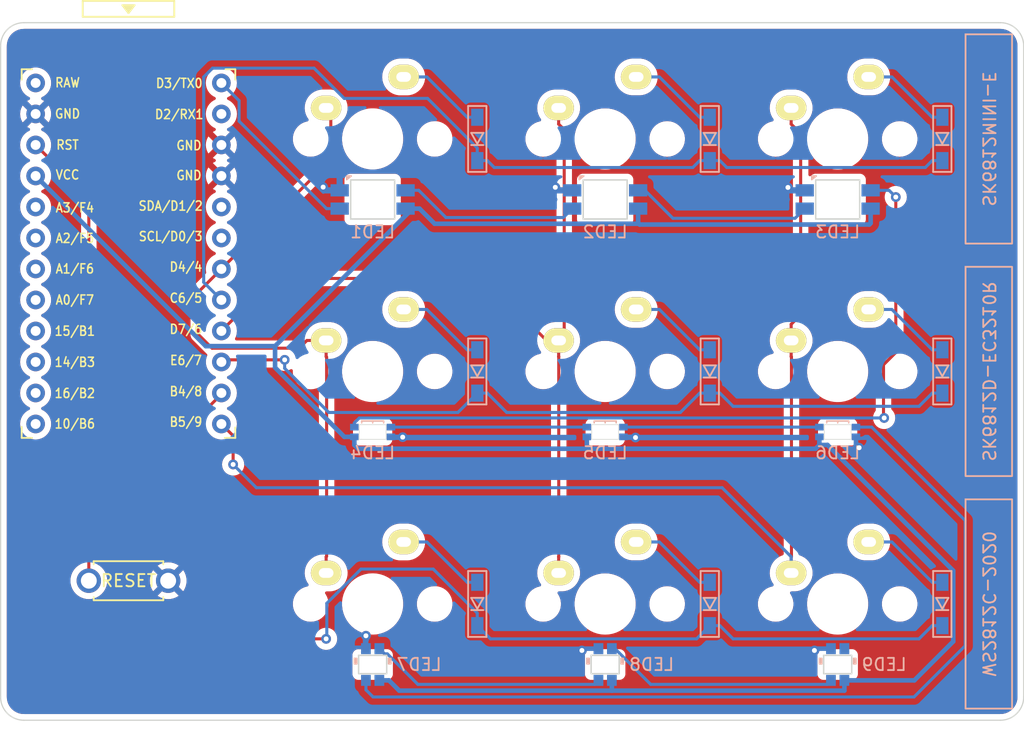
<source format=kicad_pcb>
(kicad_pcb (version 20211014) (generator pcbnew)
  (layers (0 "F.Cu" signal) (31 "B.Cu" signal) (34 "B.Paste" user) (35 "F.Paste" user) (36 "B.SilkS" user "B.Silkscreen") (37 "F.SilkS" user "F.Silkscreen") (38 "B.Mask" user) (39 "F.Mask" user) (44 "Edge.Cuts" user))
  (net 0 "")
  (net 1 "col0")
  (net 2 "Net-(D1-Pad2)")
  (net 3 "Net-(D2-Pad2)")
  (net 4 "col1")
  (net 5 "Net-(D3-Pad2)")
  (net 6 "Net-(D4-Pad2)")
  (net 7 "GND")
  (net 8 "Net-(LED1-Pad2)")
  (net 9 "led")
  (net 10 "VCC")
  (net 11 "Net-(LED2-Pad2)")
  (net 12 "Net-(LED3-Pad2)")
  (net 13 "row0")
  (net 14 "row1")
  (net 15 "reset")
  (net 22 "col2")
  (net 23 "Net-(D5-Pad2)")
  (net 24 "Net-(D6-Pad2)")
  (net 25 "Net-(LED4-Pad2)")
  (net 26 "Net-(LED5-Pad2)")
  (net 27 "Net-(D7-Pad2)")
  (net 34 "Net-(D8-Pad2)")
  (net 35 "Net-(D9-Pad2)")
  (net 36 "Net-(LED6-Pad2)")
  (net 37 "Net-(LED7-Pad1)")
  (net 38 "Net-(LED8-Pad1)")
  (net 40 "row2")
  (footprint "kbd:CherryMX_1u" (layer "F.Cu") (at -726.757 -573.405)
    (fp_text reference "SW8" hide)
    (fp_text value "SW_PUSH" hide)
    (pad "" np_thru_hole circle locked (at 5.08 0 90) (size 1.9 1.9) (drill 1.9) (layers *.Cu *.Mask))
    (pad "" np_thru_hole circle locked (at 0 0 90) (size 4 4) (drill 4) (layers *.Cu *.Mask))
    (pad "" np_thru_hole circle locked (at -5.08 0 90) (size 1.9 1.9) (drill 1.9) (layers *.Cu *.Mask))
    (pad "1" thru_hole oval locked (at -3.81 -2.54) (size 2.5 2) (drill oval 1.2 0.8) (layers *.Cu "F.SilkS" "B.Mask") (net 14 "row1"))
    (pad "2" thru_hole oval locked (at 2.54 -5.08) (size 2.5 2) (drill oval 1.2 0.8) (layers *.Cu "F.SilkS" "B.Mask") (net 34 "Net-(D8-Pad2)"))
  )
  (footprint "kbd:ProMicro_v3" (layer "F.Cu") (at -765.81 -601.613)
    (fp_text reference "U1" hide)
    (fp_text value "ProMicro" hide)
    (fp_text user "SDA/D1/2" (at 3.455 -4.4 unlocked) (layer "F.SilkS") (effects (font (size 0.75 0.67) (thickness 0.125))))
    (fp_text user "B5/9" (at 4.705 13.3 unlocked) (layer "F.SilkS") (effects (font (size 0.75 0.67) (thickness 0.125))))
    (fp_text user "RST" (at -4.995 -9.4 unlocked) (layer "F.SilkS") (effects (font (size 0.75 0.67) (thickness 0.125))))
    (fp_text user "GND" (at 4.955 -9.35 unlocked) (layer "F.SilkS") (effects (font (size 0.75 0.67) (thickness 0.125))))
    (fp_text user "10/B6" (at -4.395 13.45 unlocked) (layer "F.SilkS") (effects (font (size 0.75 0.67) (thickness 0.125))))
    (fp_text user "RAW" (at -4.995 -14.5 unlocked) (layer "F.SilkS") (effects (font (size 0.75 0.67) (thickness 0.125))))
    (fp_text user "A3/F4" (at -4.395 -4.25 unlocked) (layer "F.SilkS") (effects (font (size 0.75 0.67) (thickness 0.125))))
    (fp_text user "A1/F6" (at -4.395 0.75 unlocked) (layer "F.SilkS") (effects (font (size 0.75 0.67) (thickness 0.125))))
    (fp_text user "GND" (at -4.995 -11.95 unlocked) (layer "F.SilkS") (effects (font (size 0.75 0.67) (thickness 0.125))))
    (fp_text user "D4/4" (at 4.705 0.6 unlocked) (layer "F.SilkS") (effects (font (size 0.75 0.67) (thickness 0.125))))
    (fp_text user "C6/5" (at 4.705 3.15 unlocked) (layer "F.SilkS") (effects (font (size 0.75 0.67) (thickness 0.125))))
    (fp_text user "SCL/D0/3" (at 3.455 -1.9 unlocked) (layer "F.SilkS") (effects (font (size 0.75 0.67) (thickness 0.125))))
    (fp_text user "16/B2" (at -4.395 10.95 unlocked) (layer "F.SilkS") (effects (font (size 0.75 0.67) (thickness 0.125))))
    (fp_text user "E6/7" (at 4.705 8.25 unlocked) (layer "F.SilkS") (effects (font (size 0.75 0.67) (thickness 0.125))))
    (fp_text user "B4/8" (at 4.705 10.8 unlocked) (layer "F.SilkS") (effects (font (size 0.75 0.67) (thickness 0.125))))
    (fp_text user "D7/6" (at 4.705 5.7 unlocked) (layer "F.SilkS") (effects (font (size 0.75 0.67) (thickness 0.125))))
    (fp_text user "VCC" (at -4.995 -6.95 unlocked) (layer "F.SilkS") (effects (font (size 0.75 0.67) (thickness 0.125))))
    (fp_text user "GND" (at 4.955 -6.9 unlocked) (layer "F.SilkS") (effects (font (size 0.75 0.67) (thickness 0.125))))
    (fp_text user "D3/TX0" (at 4.155 -14.45 unlocked) (layer "F.SilkS") (effects (font (size 0.75 0.67) (thickness 0.125))))
    (fp_text user "A0/F7" (at -4.395 3.3 unlocked) (layer "F.SilkS") (effects (font (size 0.75 0.67) (thickness 0.125))))
    (fp_text user "D2/RX1" (at 4.155 -11.9 unlocked) (layer "F.SilkS") (effects (font (size 0.75 0.67) (thickness 0.125))))
    (fp_text user "A2/F5" (at -4.395 -1.75 unlocked) (layer "F.SilkS") (effects (font (size 0.75 0.67) (thickness 0.125))))
    (fp_text user "15/B1" (at -4.395 5.85 unlocked) (layer "F.SilkS") (effects (font (size 0.75 0.67) (thickness 0.125))))
    (fp_text user "14/B3" (at -4.395 8.4 unlocked) (layer "F.SilkS") (effects (font (size 0.75 0.67) (thickness 0.125))))
    (pad "1" thru_hole circle locked (at 7.6114 -14.478) (size 1.524 1.524) (drill 0.8128) (layers *.Cu "B.Mask") (net 9 "led"))
    (pad "2" thru_hole circle locked (at 7.6114 -11.938) (size 1.524 1.524) (drill 0.8128) (layers *.Cu "B.Mask"))
    (pad "3" thru_hole circle locked (at 7.6114 -9.398) (size 1.524 1.524) (drill 0.8128) (layers *.Cu "B.Mask") (net 7 "GND"))
    (pad "4" thru_hole circle locked (at 7.6114 -6.858) (size 1.524 1.524) (drill 0.8128) (layers *.Cu "B.Mask") (net 7 "GND"))
    (pad "5" thru_hole circle locked (at 7.6114 -4.318) (size 1.524 1.524) (drill 0.8128) (layers *.Cu "B.Mask"))
    (pad "6" thru_hole circle locked (at 7.6114 -1.778) (size 1.524 1.524) (drill 0.8128) (layers *.Cu "B.Mask"))
    (pad "7" thru_hole circle locked (at 7.6114 0.762) (size 1.524 1.524) (drill 0.8128) (layers *.Cu "B.Mask") (net 13 "row0"))
    (pad "8" thru_hole circle locked (at 7.6114 3.302) (size 1.524 1.524) (drill 0.8128) (layers *.Cu "B.Mask") (net 1 "col0"))
    (pad "9" thru_hole circle locked (at 7.6114 5.842) (size 1.524 1.524) (drill 0.8128) (layers *.Cu "B.Mask") (net 14 "row1"))
    (pad "10" thru_hole circle locked (at 7.6114 8.382) (size 1.524 1.524) (drill 0.8128) (layers *.Cu "B.Mask") (net 4 "col1"))
    (pad "11" thru_hole circle locked (at 7.6114 10.922) (size 1.524 1.524) (drill 0.8128) (layers *.Cu "B.Mask") (net 22 "col2"))
    (pad "12" thru_hole circle locked (at 7.6114 13.462) (size 1.524 1.524) (drill 0.8128) (layers *.Cu "B.Mask") (net 40 "row2"))
    (pad "13" thru_hole circle locked (at -7.6086 13.462) (size 1.524 1.524) (drill 0.8128) (layers *.Cu "B.Mask"))
    (pad "14" thru_hole circle locked (at -7.6086 10.922) (size 1.524 1.524) (drill 0.8128) (layers *.Cu "B.Mask"))
    (pad "15" thru_hole circle locked (at -7.6086 8.382) (size 1.524 1.524) (drill 0.8128) (layers *.Cu "B.Mask"))
    (pad "16" thru_hole circle locked (at -7.6086 5.842) (size 1.524 1.524) (drill 0.8128) (layers *.Cu "B.Mask"))
    (pad "17" thru_hole circle locked (at -7.6086 3.302) (size 1.524 1.524) (drill 0.8128) (layers *.Cu "B.Mask"))
    (pad "18" thru_hole circle locked (at -7.6086 0.762) (size 1.524 1.524) (drill 0.8128) (layers *.Cu "B.Mask"))
    (pad "19" thru_hole circle locked (at -7.6086 -1.778) (size 1.524 1.524) (drill 0.8128) (layers *.Cu "B.Mask"))
    (pad "20" thru_hole circle locked (at -7.6086 -4.318) (size 1.524 1.524) (drill 0.8128) (layers *.Cu "B.Mask"))
    (pad "21" thru_hole circle locked (at -7.6086 -6.858) (size 1.524 1.524) (drill 0.8128) (layers *.Cu "B.Mask") (net 10 "VCC"))
    (pad "22" thru_hole circle locked (at -7.6086 -9.398) (size 1.524 1.524) (drill 0.8128) (layers *.Cu "B.Mask") (net 15 "reset"))
    (pad "23" thru_hole circle locked (at -7.6086 -11.938) (size 1.524 1.524) (drill 0.8128) (layers *.Cu "B.Mask") (net 7 "GND"))
    (pad "24" thru_hole circle locked (at -7.6086 -14.478) (size 1.524 1.524) (drill 0.8128) (layers *.Cu "B.Mask"))
  )
  (footprint "kbd:CherryMX_1u" (layer "F.Cu") (at -745.807 -573.405)
    (fp_text reference "SW7" hide)
    (fp_text value "SW_PUSH" hide)
    (pad "" np_thru_hole circle locked (at -5.08 0 90) (size 1.9 1.9) (drill 1.9) (layers *.Cu *.Mask))
    (pad "" np_thru_hole circle locked (at 0 0 90) (size 4 4) (drill 4) (layers *.Cu *.Mask))
    (pad "" np_thru_hole circle locked (at 5.08 0 90) (size 1.9 1.9) (drill 1.9) (layers *.Cu *.Mask))
    (pad "1" thru_hole oval locked (at -3.81 -2.54) (size 2.5 2) (drill oval 1.2 0.8) (layers *.Cu "F.SilkS" "B.Mask") (net 13 "row0"))
    (pad "2" thru_hole oval locked (at 2.54 -5.08) (size 2.5 2) (drill oval 1.2 0.8) (layers *.Cu "F.SilkS" "B.Mask") (net 27 "Net-(D7-Pad2)"))
  )
  (footprint "kbd:CherryMX_1u" (layer "F.Cu") (at -707.707 -611.505)
    (fp_text reference "SW3" hide)
    (fp_text value "SW_PUSH" hide)
    (pad "" np_thru_hole circle locked (at 5.08 0 90) (size 1.9 1.9) (drill 1.9) (layers *.Cu *.Mask))
    (pad "" np_thru_hole circle locked (at -5.08 0 90) (size 1.9 1.9) (drill 1.9) (layers *.Cu *.Mask))
    (pad "" np_thru_hole circle locked (at 0 0 90) (size 4 4) (drill 4) (layers *.Cu *.Mask))
    (pad "1" thru_hole oval locked (at -3.81 -2.54) (size 2.5 2) (drill oval 1.2 0.8) (layers *.Cu "F.SilkS" "B.Mask") (net 40 "row2"))
    (pad "2" thru_hole oval locked (at 2.54 -5.08) (size 2.5 2) (drill oval 1.2 0.8) (layers *.Cu "F.SilkS" "B.Mask") (net 5 "Net-(D3-Pad2)"))
  )
  (footprint "kbd:CherryMX_1u" (layer "F.Cu") (at -726.757 -611.505)
    (fp_text reference "SW2" hide)
    (fp_text value "SW_PUSH" hide)
    (pad "" np_thru_hole circle locked (at -5.08 0 90) (size 1.9 1.9) (drill 1.9) (layers *.Cu *.Mask))
    (pad "" np_thru_hole circle locked (at 0 0 90) (size 4 4) (drill 4) (layers *.Cu *.Mask))
    (pad "" np_thru_hole circle locked (at 5.08 0 90) (size 1.9 1.9) (drill 1.9) (layers *.Cu *.Mask))
    (pad "1" thru_hole oval locked (at -3.81 -2.54) (size 2.5 2) (drill oval 1.2 0.8) (layers *.Cu "F.SilkS" "B.Mask") (net 14 "row1"))
    (pad "2" thru_hole oval locked (at 2.54 -5.08) (size 2.5 2) (drill oval 1.2 0.8) (layers *.Cu "F.SilkS" "B.Mask") (net 3 "Net-(D2-Pad2)"))
  )
  (footprint "kbd:CherryMX_1u" (layer "F.Cu") (at -726.757 -592.455)
    (fp_text reference "SW5" hide)
    (fp_text value "SW_PUSH" hide)
    (pad "" np_thru_hole circle locked (at -5.08 0 90) (size 1.9 1.9) (drill 1.9) (layers *.Cu *.Mask))
    (pad "" np_thru_hole circle locked (at 0 0 90) (size 4 4) (drill 4) (layers *.Cu *.Mask))
    (pad "" np_thru_hole circle locked (at 5.08 0 90) (size 1.9 1.9) (drill 1.9) (layers *.Cu *.Mask))
    (pad "1" thru_hole oval locked (at -3.81 -2.54) (size 2.5 2) (drill oval 1.2 0.8) (layers *.Cu "F.SilkS" "B.Mask") (net 14 "row1"))
    (pad "2" thru_hole oval locked (at 2.54 -5.08) (size 2.5 2) (drill oval 1.2 0.8) (layers *.Cu "F.SilkS" "B.Mask") (net 23 "Net-(D5-Pad2)"))
  )
  (footprint "kbd:ResetSW_1side" (layer "F.Cu") (at -765.81 -575.31 180)
    (fp_text reference "SW10" hide)
    (fp_text value "SW_PUSH")
    (fp_text user "RESET" (at 0 0) (layer "F.SilkS"))
    (pad "1" thru_hole circle locked (at 3.25 0 180) (size 2 2) (drill 1.3) (layers *.Cu "B.Mask") (net 15 "reset"))
    (pad "2" thru_hole circle locked (at -3.25 0 180) (size 2 2) (drill 1.3) (layers *.Cu "B.Mask") (net 7 "GND"))
  )
  (footprint "kbd:CherryMX_1u" (layer "F.Cu") (at -745.807 -592.455)
    (fp_text reference "SW4" hide)
    (fp_text value "SW_PUSH" hide)
    (pad "" np_thru_hole circle locked (at 5.08 0 90) (size 1.9 1.9) (drill 1.9) (layers *.Cu *.Mask))
    (pad "" np_thru_hole circle locked (at -5.08 0 90) (size 1.9 1.9) (drill 1.9) (layers *.Cu *.Mask))
    (pad "" np_thru_hole circle locked (at 0 0 90) (size 4 4) (drill 4) (layers *.Cu *.Mask))
    (pad "1" thru_hole oval locked (at -3.81 -2.54) (size 2.5 2) (drill oval 1.2 0.8) (layers *.Cu "F.SilkS" "B.Mask") (net 13 "row0"))
    (pad "2" thru_hole oval locked (at 2.54 -5.08) (size 2.5 2) (drill oval 1.2 0.8) (layers *.Cu "F.SilkS" "B.Mask") (net 6 "Net-(D4-Pad2)"))
  )
  (footprint "kbd:CherryMX_1u" (layer "F.Cu") (at -707.707 -592.455)
    (fp_text reference "SW6" hide)
    (fp_text value "SW_PUSH" hide)
    (pad "" np_thru_hole circle locked (at 0 0 90) (size 4 4) (drill 4) (layers *.Cu *.Mask))
    (pad "" np_thru_hole circle locked (at -5.08 0 90) (size 1.9 1.9) (drill 1.9) (layers *.Cu *.Mask))
    (pad "" np_thru_hole circle locked (at 5.08 0 90) (size 1.9 1.9) (drill 1.9) (layers *.Cu *.Mask))
    (pad "1" thru_hole oval locked (at -3.81 -2.54) (size 2.5 2) (drill oval 1.2 0.8) (layers *.Cu "F.SilkS" "B.Mask") (net 40 "row2"))
    (pad "2" thru_hole oval locked (at 2.54 -5.08) (size 2.5 2) (drill oval 1.2 0.8) (layers *.Cu "F.SilkS" "B.Mask") (net 24 "Net-(D6-Pad2)"))
  )
  (footprint "kbd:CherryMX_1u" (layer "F.Cu") (at -745.807 -611.505)
    (fp_text reference "SW1" hide)
    (fp_text value "SW_PUSH" hide)
    (pad "" np_thru_hole circle locked (at 5.08 0 90) (size 1.9 1.9) (drill 1.9) (layers *.Cu *.Mask))
    (pad "" np_thru_hole circle locked (at -5.08 0 90) (size 1.9 1.9) (drill 1.9) (layers *.Cu *.Mask))
    (pad "" np_thru_hole circle locked (at 0 0 90) (size 4 4) (drill 4) (layers *.Cu *.Mask))
    (pad "1" thru_hole oval locked (at -3.81 -2.54) (size 2.5 2) (drill oval 1.2 0.8) (layers *.Cu "F.SilkS" "B.Mask") (net 13 "row0"))
    (pad "2" thru_hole oval locked (at 2.54 -5.08) (size 2.5 2) (drill oval 1.2 0.8) (layers *.Cu "F.SilkS" "B.Mask") (net 2 "Net-(D1-Pad2)"))
  )
  (footprint "kbd:CherryMX_1u" (layer "F.Cu") (at -707.707 -573.405)
    (fp_text reference "SW9" hide)
    (fp_text value "SW_PUSH" hide)
    (pad "" np_thru_hole circle locked (at 5.08 0 90) (size 1.9 1.9) (drill 1.9) (layers *.Cu *.Mask))
    (pad "" np_thru_hole circle locked (at 0 0 90) (size 4 4) (drill 4) (layers *.Cu *.Mask))
    (pad "" np_thru_hole circle locked (at -5.08 0 90) (size 1.9 1.9) (drill 1.9) (layers *.Cu *.Mask))
    (pad "1" thru_hole oval locked (at -3.81 -2.54) (size 2.5 2) (drill oval 1.2 0.8) (layers *.Cu "F.SilkS" "B.Mask") (net 40 "row2"))
    (pad "2" thru_hole oval locked (at 2.54 -5.08) (size 2.5 2) (drill oval 1.2 0.8) (layers *.Cu "F.SilkS" "B.Mask") (net 35 "Net-(D9-Pad2)"))
  )
  (footprint "reverse-mount-led:SK6812D-EC3210R" (layer "B.Cu") (at -707.707 -587.495)
    (fp_text reference "LED6" (at 0 1.7075 unlocked) (layer "B.SilkS") (effects (justify mirror)))
    (fp_text value "SK6812D-EC3210R")
    (fp_rect (start -1.1 0.6) (end 1.1 -0.6) (layer "Edge.Cuts") (width 0.05) (fill none))
    (pad "1" smd rect (at 1.5 0.4) (size 0.7 0.55) (layers "B.Cu" "B.Paste" "B.Mask") (net 7 "GND"))
    (pad "2" smd rect (at 1.5 -0.4) (size 0.7 0.55) (layers "B.Cu" "B.Paste" "B.Mask") (net 36 "Net-(LED6-Pad2)"))
    (pad "3" smd rect (at -1.5 -0.4) (size 0.7 0.55) (layers "B.Cu" "B.Paste" "B.Mask") (net 26 "Net-(LED5-Pad2)"))
    (pad "4" smd rect (at -1.5 0.4) (size 0.7 0.55) (layers "B.Cu" "B.Paste" "B.Mask") (net 10 "VCC"))
  )
  (footprint "kbd:D3_SMD_v2" (layer "B.Cu") (at -699.135 -611.505 90)
    (fp_text reference "D3" hide)
    (fp_text value "D" hide)
    (pad "1" smd rect locked (at -1.775 0 90) (size 1.4 1) (layers "B.Cu" "B.Paste" "B.Mask") (net 1 "col0"))
    (pad "2" smd rect locked (at 1.775 0 90) (size 1.4 1) (layers "B.Cu" "B.Paste" "B.Mask") (net 5 "Net-(D3-Pad2)"))
  )
  (footprint "reverse-mount-led:SK6812MINI-E" (layer "B.Cu") (at -726.757 -606.545)
    (fp_text reference "LED2" (at 0 2.66 unlocked) (layer "B.SilkS") (effects (justify mirror)))
    (fp_text value "SK6812MINI-E")
    (fp_rect (start -1.8 1.6) (end 1.8 -1.6) (layer "Edge.Cuts") (width 0.12) (fill none))
    (pad "1" smd rect (at 2.7 0.75) (size 1.5 1) (layers "B.Cu" "B.Paste" "B.Mask") (net 10 "VCC"))
    (pad "2" smd rect (at 2.7 -0.75) (size 1.5 1) (layers "B.Cu" "B.Paste" "B.Mask") (net 11 "Net-(LED2-Pad2)"))
    (pad "3" smd rect (at -2.7 -0.75) (size 1.5 1) (layers "B.Cu" "B.Paste" "B.Mask") (net 7 "GND"))
    (pad "4" smd rect (at -2.7 0.75) (size 1.5 1) (layers "B.Cu" "B.Paste" "B.Mask") (net 8 "Net-(LED1-Pad2)"))
  )
  (footprint "reverse-mount-led:WS2812C-2020" (layer "B.Cu") (at -707.707 -568.445 -90)
    (fp_text reference "LED9" (at 0 -3.81 unlocked) (layer "B.SilkS") (effects (justify mirror)))
    (fp_text value "WS2812C-2020")
    (fp_rect (start -0.75 1.15) (end 0.75 -1.15) (layer "Edge.Cuts") (width 0.12) (fill none))
    (pad "1" smd rect (at -1.3 -0.55 270) (size 0.9 0.8) (layers "B.Cu" "B.Paste" "B.Mask"))
    (pad "2" smd rect (at -1.3 0.55 270) (size 0.9 0.8) (layers "B.Cu" "B.Paste" "B.Mask") (net 7 "GND"))
    (pad "3" smd rect (at 1.3 0.55 270) (size 0.9 0.8) (layers "B.Cu" "B.Paste" "B.Mask") (net 38 "Net-(LED8-Pad1)"))
    (pad "4" smd rect (at 1.3 -0.55 270) (size 0.9 0.8) (layers "B.Cu" "B.Paste" "B.Mask") (net 10 "VCC"))
  )
  (footprint "kbd:D3_SMD_v2" (layer "B.Cu") (at -718.185 -611.505 90)
    (fp_text reference "D2" hide)
    (fp_text value "D" hide)
    (pad "1" smd rect locked (at -1.775 0 90) (size 1.4 1) (layers "B.Cu" "B.Paste" "B.Mask") (net 1 "col0"))
    (pad "2" smd rect locked (at 1.775 0 90) (size 1.4 1) (layers "B.Cu" "B.Paste" "B.Mask") (net 3 "Net-(D2-Pad2)"))
  )
  (footprint "reverse-mount-led:WS2812C-2020" (layer "B.Cu") (at -726.757 -568.445 -90)
    (fp_text reference "LED8" (at 0 -3.81 unlocked) (layer "B.SilkS") (effects (justify mirror)))
    (fp_text value "WS2812C-2020")
    (fp_rect (start -0.75 1.15) (end 0.75 -1.15) (layer "Edge.Cuts") (width 0.12) (fill none))
    (pad "1" smd rect (at -1.3 -0.55 270) (size 0.9 0.8) (layers "B.Cu" "B.Paste" "B.Mask") (net 38 "Net-(LED8-Pad1)"))
    (pad "2" smd rect (at -1.3 0.55 270) (size 0.9 0.8) (layers "B.Cu" "B.Paste" "B.Mask") (net 7 "GND"))
    (pad "3" smd rect (at 1.3 0.55 270) (size 0.9 0.8) (layers "B.Cu" "B.Paste" "B.Mask") (net 37 "Net-(LED7-Pad1)"))
    (pad "4" smd rect (at 1.3 -0.55 270) (size 0.9 0.8) (layers "B.Cu" "B.Paste" "B.Mask") (net 10 "VCC"))
  )
  (footprint "kbd:D3_SMD_v2" (layer "B.Cu") (at -737.235 -592.455 90)
    (fp_text reference "D4" hide)
    (fp_text value "D" hide)
    (pad "1" smd rect locked (at -1.775 0 90) (size 1.4 1) (layers "B.Cu" "B.Paste" "B.Mask") (net 4 "col1"))
    (pad "2" smd rect locked (at 1.775 0 90) (size 1.4 1) (layers "B.Cu" "B.Paste" "B.Mask") (net 6 "Net-(D4-Pad2)"))
  )
  (footprint "kbd:D3_SMD_v2" (layer "B.Cu") (at -737.235 -611.505 90)
    (fp_text reference "D1" hide)
    (fp_text value "D" hide)
    (pad "1" smd rect locked (at -1.775 0 90) (size 1.4 1) (layers "B.Cu" "B.Paste" "B.Mask") (net 1 "col0"))
    (pad "2" smd rect locked (at 1.775 0 90) (size 1.4 1) (layers "B.Cu" "B.Paste" "B.Mask") (net 2 "Net-(D1-Pad2)"))
  )
  (footprint "reverse-mount-led:SK6812MINI-E" (layer "B.Cu") (at -707.707 -606.545)
    (fp_text reference "LED3" (at 0 2.66 unlocked) (layer "B.SilkS") (effects (justify mirror)))
    (fp_text value "SK6812MINI-E")
    (fp_rect (start -1.8 1.6) (end 1.8 -1.6) (layer "Edge.Cuts") (width 0.12) (fill none))
    (pad "1" smd rect (at 2.7 0.75) (size 1.5 1) (layers "B.Cu" "B.Paste" "B.Mask") (net 10 "VCC"))
    (pad "2" smd rect (at 2.7 -0.75) (size 1.5 1) (layers "B.Cu" "B.Paste" "B.Mask") (net 12 "Net-(LED3-Pad2)"))
    (pad "3" smd rect (at -2.7 -0.75) (size 1.5 1) (layers "B.Cu" "B.Paste" "B.Mask") (net 7 "GND"))
    (pad "4" smd rect (at -2.7 0.75) (size 1.5 1) (layers "B.Cu" "B.Paste" "B.Mask") (net 11 "Net-(LED2-Pad2)"))
  )
  (footprint "kbd:D3_SMD_v2" (layer "B.Cu") (at -718.185 -573.405 90)
    (fp_text reference "D8" hide)
    (fp_text value "D" hide)
    (pad "1" smd rect locked (at -1.775 0 90) (size 1.4 1) (layers "B.Cu" "B.Paste" "B.Mask") (net 22 "col2"))
    (pad "2" smd rect locked (at 1.775 0 90) (size 1.4 1) (layers "B.Cu" "B.Paste" "B.Mask") (net 34 "Net-(D8-Pad2)"))
  )
  (footprint "kbd:D3_SMD_v2" (layer "B.Cu") (at -737.235 -573.405 90)
    (fp_text reference "D7" hide)
    (fp_text value "D" hide)
    (pad "1" smd rect locked (at -1.775 0 90) (size 1.4 1) (layers "B.Cu" "B.Paste" "B.Mask") (net 22 "col2"))
    (pad "2" smd rect locked (at 1.775 0 90) (size 1.4 1) (layers "B.Cu" "B.Paste" "B.Mask") (net 27 "Net-(D7-Pad2)"))
  )
  (footprint "reverse-mount-led:WS2812C-2020" (layer "B.Cu") (at -745.807 -568.445 -90)
    (fp_text reference "LED7" (at 0 -3.81 unlocked) (layer "B.SilkS") (effects (justify mirror)))
    (fp_text value "WS2812C-2020")
    (fp_rect (start -0.75 1.15) (end 0.75 -1.15) (layer "Edge.Cuts") (width 0.12) (fill none))
    (pad "1" smd rect (at -1.3 -0.55 270) (size 0.9 0.8) (layers "B.Cu" "B.Paste" "B.Mask") (net 37 "Net-(LED7-Pad1)"))
    (pad "2" smd rect (at -1.3 0.55 270) (size 0.9 0.8) (layers "B.Cu" "B.Paste" "B.Mask") (net 7 "GND"))
    (pad "3" smd rect (at 1.3 0.55 270) (size 0.9 0.8) (layers "B.Cu" "B.Paste" "B.Mask") (net 36 "Net-(LED6-Pad2)"))
    (pad "4" smd rect (at 1.3 -0.55 270) (size 0.9 0.8) (layers "B.Cu" "B.Paste" "B.Mask") (net 10 "VCC"))
  )
  (footprint "kbd:D3_SMD_v2" (layer "B.Cu") (at -718.185 -592.455 90)
    (fp_text reference "D5" hide)
    (fp_text value "D" hide)
    (pad "1" smd rect locked (at -1.775 0 90) (size 1.4 1) (layers "B.Cu" "B.Paste" "B.Mask") (net 4 "col1"))
    (pad "2" smd rect locked (at 1.775 0 90) (size 1.4 1) (layers "B.Cu" "B.Paste" "B.Mask") (net 23 "Net-(D5-Pad2)"))
  )
  (footprint "reverse-mount-led:SK6812MINI-E" (layer "B.Cu") (at -745.807 -606.545)
    (fp_text reference "LED1" (at 0 2.66 unlocked) (layer "B.SilkS") (effects (justify mirror)))
    (fp_text value "SK6812MINI-E")
    (fp_rect (start -1.8 1.6) (end 1.8 -1.6) (layer "Edge.Cuts") (width 0.12) (fill none))
    (pad "1" smd rect (at 2.7 0.75) (size 1.5 1) (layers "B.Cu" "B.Paste" "B.Mask") (net 10 "VCC"))
    (pad "2" smd rect (at 2.7 -0.75) (size 1.5 1) (layers "B.Cu" "B.Paste" "B.Mask") (net 8 "Net-(LED1-Pad2)"))
    (pad "3" smd rect (at -2.7 -0.75) (size 1.5 1) (layers "B.Cu" "B.Paste" "B.Mask") (net 7 "GND"))
    (pad "4" smd rect (at -2.7 0.75) (size 1.5 1) (layers "B.Cu" "B.Paste" "B.Mask") (net 9 "led"))
  )
  (footprint "reverse-mount-led:SK6812D-EC3210R" (layer "B.Cu") (at -745.807 -587.495)
    (fp_text reference "LED4" (at 0 1.7075 unlocked) (layer "B.SilkS") (effects (justify mirror)))
    (fp_text value "SK6812D-EC3210R")
    (fp_rect (start -1.1 0.6) (end 1.1 -0.6) (layer "Edge.Cuts") (width 0.05) (fill none))
    (pad "1" smd rect (at 1.5 0.4) (size 0.7 0.55) (layers "B.Cu" "B.Paste" "B.Mask") (net 7 "GND"))
    (pad "2" smd rect (at 1.5 -0.4) (size 0.7 0.55) (layers "B.Cu" "B.Paste" "B.Mask") (net 25 "Net-(LED4-Pad2)"))
    (pad "3" smd rect (at -1.5 -0.4) (size 0.7 0.55) (layers "B.Cu" "B.Paste" "B.Mask") (net 12 "Net-(LED3-Pad2)"))
    (pad "4" smd rect (at -1.5 0.4) (size 0.7 0.55) (layers "B.Cu" "B.Paste" "B.Mask") (net 10 "VCC"))
  )
  (footprint "kbd:D3_SMD_v2" (layer "B.Cu") (at -699.135 -573.405 90)
    (fp_text reference "D9" hide)
    (fp_text value "D" hide)
    (pad "1" smd rect locked (at -1.775 0 90) (size 1.4 1) (layers "B.Cu" "B.Paste" "B.Mask") (net 22 "col2"))
    (pad "2" smd rect locked (at 1.775 0 90) (size 1.4 1) (layers "B.Cu" "B.Paste" "B.Mask") (net 35 "Net-(D9-Pad2)"))
  )
  (footprint "reverse-mount-led:SK6812D-EC3210R" (layer "B.Cu") (at -726.757 -587.495)
    (fp_text reference "LED5" (at 0 1.7075 unlocked) (layer "B.SilkS") (effects (justify mirror)))
    (fp_text value "SK6812D-EC3210R")
    (fp_rect (start -1.1 0.6) (end 1.1 -0.6) (layer "Edge.Cuts") (width 0.05) (fill none))
    (pad "1" smd rect (at 1.5 0.4) (size 0.7 0.55) (layers "B.Cu" "B.Paste" "B.Mask") (net 7 "GND"))
    (pad "2" smd rect (at 1.5 -0.4) (size 0.7 0.55) (layers "B.Cu" "B.Paste" "B.Mask") (net 26 "Net-(LED5-Pad2)"))
    (pad "3" smd rect (at -1.5 -0.4) (size 0.7 0.55) (layers "B.Cu" "B.Paste" "B.Mask") (net 25 "Net-(LED4-Pad2)"))
    (pad "4" smd rect (at -1.5 0.4) (size 0.7 0.55) (layers "B.Cu" "B.Paste" "B.Mask") (net 10 "VCC"))
  )
  (footprint "kbd:D3_SMD_v2" (layer "B.Cu") (at -699.135 -592.455 90)
    (fp_text reference "D6" hide)
    (fp_text value "D" hide)
    (pad "1" smd rect locked (at -1.775 0 90) (size 1.4 1) (layers "B.Cu" "B.Paste" "B.Mask") (net 4 "col1"))
    (pad "2" smd rect locked (at 1.775 0 90) (size 1.4 1) (layers "B.Cu" "B.Paste" "B.Mask") (net 24 "Net-(D6-Pad2)"))
  )
  (gr_rect (start -697.23 -601.0275) (end -693.42 -583.8825) (layer "B.SilkS") (width 0.15) (fill none))
  (gr_rect (start -697.23 -581.9775) (end -693.42 -564.8325) (layer "B.SilkS") (width 0.15) (fill none))
  (gr_rect (start -697.23 -620.0775) (end -693.42 -602.9325) (layer "B.SilkS") (width 0.15) (fill none))
  (gr_arc (start -776.2875 -619.125) (mid -775.729538 -620.472038) (end -774.3825 -621.03) (layer "Edge.Cuts") (width 0.1))
  (gr_arc (start -774.3825 -563.88) (mid -775.729538 -564.437962) (end -776.2875 -565.785) (layer "Edge.Cuts") (width 0.1))
  (gr_line (start -774.3825 -621.03) (end -694.3725 -621.03) (layer "Edge.Cuts") (width 0.1))
  (gr_line (start -694.3725 -563.88) (end -774.3825 -563.88) (layer "Edge.Cuts") (width 0.1))
  (gr_line (start -776.2875 -565.785) (end -776.2875 -619.125) (layer "Edge.Cuts") (width 0.1))
  (gr_arc (start -694.3725 -621.03) (mid -693.025462 -620.472038) (end -692.4675 -619.125) (layer "Edge.Cuts") (width 0.1))
  (gr_line (start -692.4675 -619.125) (end -692.4675 -565.785) (layer "Edge.Cuts") (width 0.1))
  (gr_arc (start -692.4675 -565.785) (mid -693.025462 -564.437962) (end -694.3725 -563.88) (layer "Edge.Cuts") (width 0.1))
  (gr_text "WS2812C-2020" (at -695.325 -573.405 270) (layer "B.SilkS") (effects (font (size 1 1)) (justify mirror)))
  (gr_text "SK6812D-EC3210R" (at -695.325 -592.455 270) (layer "B.SilkS") (effects (font (size 1 1)) (justify mirror)))
  (gr_text "SK6812MINI-E" (at -695.325 -611.505 270) (layer "B.SilkS") (effects (font (size 1 1)) (justify mirror)))
  (segment (start -759.65 -599.762) (end -758.199 -598.311) (width 0.25) (layer "B.Cu") (net 1))
  (segment (start -699.135 -609.73) (end -699.961 -609.73) (width 0.25) (layer "B.Cu") (net 1))
  (segment (start -758.926 -617.304) (end -759.65 -616.58) (width 0.25) (layer "B.Cu") (net 1))
  (segment (start -700.528 -609.163) (end -699.961 -609.73) (width 0.25) (layer "B.Cu") (net 1))
  (segment (start -718.185 -609.73) (end -719.011 -609.73) (width 0.25) (layer "B.Cu") (net 1))
  (segment (start -741.306 -614.827) (end -748.135 -614.827) (width 0.25) (layer "B.Cu") (net 1))
  (segment (start -719.578 -609.163) (end -719.011 -609.73) (width 0.25) (layer "B.Cu") (net 1))
  (segment (start -716.792 -609.163) (end -700.528 -609.163) (width 0.25) (layer "B.Cu") (net 1))
  (segment (start -736.822 -609.73) (end -736.409 -609.73) (width 0.25) (layer "B.Cu") (net 1))
  (segment (start -717.359 -609.73) (end -716.792 -609.163) (width 0.25) (layer "B.Cu") (net 1))
  (segment (start -748.135 -614.827) (end -750.612 -617.304) (width 0.25) (layer "B.Cu") (net 1))
  (segment (start -737.235 -610.756) (end -741.306 -614.827) (width 0.25) (layer "B.Cu") (net 1))
  (segment (start -736.822 -609.73) (end -737.235 -609.73) (width 0.25) (layer "B.Cu") (net 1))
  (segment (start -750.612 -617.304) (end -758.926 -617.304) (width 0.25) (layer "B.Cu") (net 1))
  (segment (start -736.409 -609.73) (end -735.842 -609.163) (width 0.25) (layer "B.Cu") (net 1))
  (segment (start -735.842 -609.163) (end -719.578 -609.163) (width 0.25) (layer "B.Cu") (net 1))
  (segment (start -759.65 -616.58) (end -759.65 -599.762) (width 0.25) (layer "B.Cu") (net 1))
  (segment (start -718.185 -609.73) (end -717.359 -609.73) (width 0.25) (layer "B.Cu") (net 1))
  (segment (start -737.235 -609.73) (end -737.235 -610.756) (width 0.25) (layer "B.Cu") (net 1))
  (segment (start -738.061 -613.28) (end -741.366 -616.585) (width 0.25) (layer "B.Cu") (net 2))
  (segment (start -741.366 -616.585) (end -743.267 -616.585) (width 0.25) (layer "B.Cu") (net 2))
  (segment (start -737.235 -613.28) (end -738.061 -613.28) (width 0.25) (layer "B.Cu") (net 2))
  (segment (start -719.011 -613.28) (end -722.316 -616.585) (width 0.25) (layer "B.Cu") (net 3))
  (segment (start -718.185 -613.28) (end -719.011 -613.28) (width 0.25) (layer "B.Cu") (net 3))
  (segment (start -722.316 -616.585) (end -724.217 -616.585) (width 0.25) (layer "B.Cu") (net 3))
  (segment (start -758.0225 -593.4075) (end -758.199 -593.231) (width 0.25) (layer "F.Cu") (net 4))
  (segment (start -753.0145 -593.4075) (end -758.0225 -593.4075) (width 0.25) (layer "F.Cu") (net 4))
  (via (at -753.0145 -593.4075) (size 0.8) (drill 0.4) (layers "F.Cu" "B.Cu") (net 4))
  (segment (start -701.0435 -589.5975) (end -716.2765 -589.5975) (width 0.25) (layer "B.Cu") (net 4))
  (segment (start -720.59648 -589.09452) (end -734.82352 -589.09452) (width 0.25) (layer "B.Cu") (net 4))
  (segment (start -753.0145 -592.709343) (end -749.399677 -589.09452) (width 0.25) (layer "B.Cu") (net 4))
  (segment (start -699.961 -590.68) (end -701.0435 -589.5975) (width 0.25) (layer "B.Cu") (net 4))
  (segment (start -734.82352 -589.09452) (end -736.409 -590.68) (width 0.25) (layer "B.Cu") (net 4))
  (segment (start -719.011 -590.68) (end -720.59648 -589.09452) (width 0.25) (layer "B.Cu") (net 4))
  (segment (start -738.82048 -589.09452) (end -737.235 -590.68) (width 0.25) (layer "B.Cu") (net 4))
  (segment (start -699.135 -590.68) (end -699.961 -590.68) (width 0.25) (layer "B.Cu") (net 4))
  (segment (start -717.359 -590.68) (end -718.185 -590.68) (width 0.25) (layer "B.Cu") (net 4))
  (segment (start -749.399677 -589.09452) (end -738.82048 -589.09452) (width 0.25) (layer "B.Cu") (net 4))
  (segment (start -736.409 -590.68) (end -737.235 -590.68) (width 0.25) (layer "B.Cu") (net 4))
  (segment (start -716.2765 -589.5975) (end -717.359 -590.68) (width 0.25) (layer "B.Cu") (net 4))
  (segment (start -718.185 -590.68) (end -719.011 -590.68) (width 0.25) (layer "B.Cu") (net 4))
  (segment (start -753.0145 -593.4075) (end -753.0145 -592.709343) (width 0.25) (layer "B.Cu") (net 4))
  (segment (start -699.961 -613.28) (end -703.266 -616.585) (width 0.25) (layer "B.Cu") (net 5))
  (segment (start -703.266 -616.585) (end -705.167 -616.585) (width 0.25) (layer "B.Cu") (net 5))
  (segment (start -699.135 -613.28) (end -699.961 -613.28) (width 0.25) (layer "B.Cu") (net 5))
  (segment (start -737.235 -594.23) (end -738.061 -594.23) (width 0.25) (layer "B.Cu") (net 6))
  (segment (start -741.366 -597.535) (end -743.267 -597.535) (width 0.25) (layer "B.Cu") (net 6))
  (segment (start -738.061 -594.23) (end -741.366 -597.535) (width 0.25) (layer "B.Cu") (net 6))
  (via (at -746.357 -570.8) (size 0.8) (drill 0.4) (layers "F.Cu" "B.Cu") (net 7))
  (via (at -711.782 -607.531) (size 0.8) (drill 0.4) (layers "F.Cu" "B.Cu") (net 7))
  (via (at -705.95 -586.206) (size 0.8) (drill 0.4) (layers "F.Cu" "B.Cu") (net 7))
  (via (at -728.6625 -569.595) (size 0.8) (drill 0.4) (layers "F.Cu" "B.Cu") (net 7))
  (via (at -709.6125 -569.595) (size 0.8) (drill 0.4) (layers "F.Cu" "B.Cu") (net 7))
  (via (at -749.863 -607.559) (size 0.8) (drill 0.4) (layers "F.Cu" "B.Cu") (net 7))
  (via (at -724.27 -587.041) (size 0.8) (drill 0.4) (layers "F.Cu" "B.Cu") (net 7))
  (via (at -730.842 -607.541) (size 0.8) (drill 0.4) (layers "F.Cu" "B.Cu") (net 7))
  (via (at -743.345 -587.073) (size 0.8) (drill 0.4) (layers "F.Cu" "B.Cu") (net 7))
  (segment (start -730.596 -607.295) (end -730.842 -607.541) (width 0.376) (layer "B.Cu") (net 7))
  (segment (start -725.257 -587.095) (end -724.518 -587.095) (width 0.376) (layer "B.Cu") (net 7))
  (segment (start -728.5125 -569.745) (end -728.6625 -569.595) (width 0.376) (layer "B.Cu") (net 7))
  (segment (start -749.646 -607.342) (end -749.646 -607.295) (width 0.376) (layer "B.Cu") (net 7))
  (segment (start -710.407 -607.295) (end -711.546 -607.295) (width 0.376) (layer "B.Cu") (net 7))
  (segment (start -746.357 -569.745) (end -746.357 -570.8) (width 0.376) (layer "B.Cu") (net 7))
  (segment (start -706.175 -586.431) (end -706.207 -586.431) (width 0.376) (layer "B.Cu") (net 7))
  (segment (start -706.207 -587.095) (end -706.207 -586.431) (width 0.376) (layer "B.Cu") (net 7))
  (segment (start -743.345 -587.073) (end -743.546 -587.073) (width 0.376) (layer "B.Cu") (net 7))
  (segment (start -711.546 -607.295) (end -711.782 -607.531) (width 0.376) (layer "B.Cu") (net 7))
  (segment (start -724.464 -587.041) (end -724.518 -587.095) (width 0.376) (layer "B.Cu") (net 7))
  (segment (start -727.307 -569.745) (end -728.5125 -569.745) (width 0.376) (layer "B.Cu") (net 7))
  (segment (start -724.27 -587.041) (end -724.464 -587.041) (width 0.376) (layer "B.Cu") (net 7))
  (segment (start -729.457 -607.295) (end -730.596 -607.295) (width 0.376) (layer "B.Cu") (net 7))
  (segment (start -709.6125 -569.595) (end -709.4625 -569.745) (width 0.376) (layer "B.Cu") (net 7))
  (segment (start -743.546 -587.073) (end -743.568 -587.095) (width 0.376) (layer "B.Cu") (net 7))
  (segment (start -709.4625 -569.745) (end -708.257 -569.745) (width 0.376) (layer "B.Cu") (net 7))
  (segment (start -748.507 -607.295) (end -749.646 -607.295) (width 0.376) (layer "B.Cu") (net 7))
  (segment (start -744.307 -587.095) (end -743.568 -587.095) (width 0.376) (layer "B.Cu") (net 7))
  (segment (start -749.863 -607.559) (end -749.646 -607.342) (width 0.376) (layer "B.Cu") (net 7))
  (segment (start -705.95 -586.206) (end -706.175 -586.431) (width 0.376) (layer "B.Cu") (net 7))
  (segment (start -742.031 -607.295) (end -739.80352 -605.06752) (width 0.25) (layer "B.Cu") (net 8))
  (segment (start -743.107 -607.295) (end -742.031 -607.295) (width 0.25) (layer "B.Cu") (net 8))
  (segment (start -730.18448 -605.06752) (end -729.457 -605.795) (width 0.25) (layer "B.Cu") (net 8))
  (segment (start -739.80352 -605.06752) (end -730.18448 -605.06752) (width 0.25) (layer "B.Cu") (net 8))
  (segment (start -756.748 -612.96) (end -756.748 -614.64) (width 0.25) (layer "B.Cu") (net 9))
  (segment (start -748.507 -605.795) (end -749.583 -605.795) (width 0.25) (layer "B.Cu") (net 9))
  (segment (start -749.583 -605.795) (end -756.748 -612.96) (width 0.25) (layer "B.Cu") (net 9))
  (segment (start -756.748 -614.64) (end -758.199 -616.091) (width 0.25) (layer "B.Cu") (net 9))
  (segment (start -748.125 -587.095) (end -753.802 -592.772) (width 0.376) (layer "B.Cu") (net 10))
  (segment (start -742.537 -605.795) (end -741.968 -605.795) (width 0.376) (layer "B.Cu") (net 10))
  (segment (start -709.514 -586.124) (end -709.207 -586.431) (width 0.376) (layer "B.Cu") (net 10))
  (segment (start -747.307 -587.095) (end -748.125 -587.095) (width 0.376) (layer "B.Cu") (net 10))
  (segment (start -705.007 -605.795) (end -705.007 -604.601) (width 0.376) (layer "B.Cu") (net 10))
  (segment (start -708.541 -586.431) (end -698.236 -576.126) (width 0.376) (layer "B.Cu") (net 10))
  (segment (start -742.537 -605.795) (end -753.802 -594.53) (width 0.376) (layer "B.Cu") (net 10))
  (segment (start -747.307 -587.095) (end -747.307 -586.431) (width 0.376) (layer "B.Cu") (net 10))
  (segment (start -745.257 -567.145) (end -744.468 -567.145) (width 0.376) (layer "B.Cu") (net 10))
  (segment (start -726.207 -566.306) (end -707.157 -566.306) (width 0.376) (layer "B.Cu") (net 10))
  (segment (start -709.207 -586.431) (end -708.541 -586.431) (width 0.376) (layer "B.Cu") (net 10))
  (segment (start -698.236 -576.126) (end -698.236 -570.335) (width 0.376) (layer "B.Cu") (net 10))
  (segment (start -709.207 -586.576) (end -709.207 -586.431) (width 0.376) (layer "B.Cu") (net 10))
  (segment (start -707.157 -567.145) (end -707.157 -566.306) (width 0.376) (layer "B.Cu") (net 10))
  (segment (start -741.968 -605.795) (end -740.728 -604.555) (width 0.376) (layer "B.Cu") (net 10))
  (segment (start -728.257 -586.124) (end -709.514 -586.124) (width 0.376) (layer "B.Cu") (net 10))
  (segment (start -747 -586.124) (end -728.257 -586.124) (width 0.376) (layer "B.Cu") (net 10))
  (segment (start -747.307 -586.431) (end -747 -586.124) (width 0.376) (layer "B.Cu") (net 10))
  (segment (start -723.929 -604.492) (end -724.057 -604.62) (width 0.376) (layer "B.Cu") (net 10))
  (segment (start -705.007 -604.601) (end -705.116 -604.492) (width 0.376) (layer "B.Cu") (net 10))
  (segment (start -743.107 -605.795) (end -742.537 -605.795) (width 0.376) (layer "B.Cu") (net 10))
  (segment (start -728.257 -586.124) (end -728.257 -587.095) (width 0.376) (layer "B.Cu") (net 10))
  (segment (start -753.802 -592.772) (end -753.802 -594.53) (width 0.376) (layer "B.Cu") (net 10))
  (segment (start -724.057 -604.62) (end -724.057 -605.795) (width 0.376) (layer "B.Cu") (net 10))
  (segment (start -724.122 -604.555) (end -724.057 -604.62) (width 0.376) (layer "B.Cu") (net 10))
  (segment (start -698.236 -570.335) (end -701.426 -567.145) (width 0.376) (layer "B.Cu") (net 10))
  (segment (start -705.116 -604.492) (end -723.929 -604.492) (width 0.376) (layer "B.Cu") (net 10))
  (segment (start -759.478 -594.53) (end -773.419 -608.471) (width 0.376) (layer "B.Cu") (net 10))
  (segment (start -743.629 -566.306) (end -726.207 -566.306) (width 0.376) (layer "B.Cu") (net 10))
  (segment (start -726.207 -567.145) (end -726.207 -566.306) (width 0.376) (layer "B.Cu") (net 10))
  (segment (start -744.468 -567.145) (end -743.629 -566.306) (width 0.376) (layer "B.Cu") (net 10))
  (segment (start -740.728 -604.555) (end -724.122 -604.555) (width 0.376) (layer "B.Cu") (net 10))
  (segment (start -701.426 -567.145) (end -707.157 -567.145) (width 0.376) (layer "B.Cu") (net 10))
  (segment (start -709.207 -587.095) (end -709.207 -586.576) (width 0.376) (layer "B.Cu") (net 10))
  (segment (start -753.802 -594.53) (end -759.478 -594.53) (width 0.376) (layer "B.Cu") (net 10))
  (segment (start -711.19748 -605.00452) (end -721.20952 -605.00452) (width 0.25) (layer "B.Cu") (net 11))
  (segment (start -710.407 -605.795) (end -711.19748 -605.00452) (width 0.25) (layer "B.Cu") (net 11))
  (segment (start -721.20952 -605.00452) (end -723.5 -607.295) (width 0.25) (layer "B.Cu") (net 11))
  (segment (start -723.5 -607.295) (end -724.057 -607.295) (width 0.25) (layer "B.Cu") (net 11))
  (segment (start -702.945 -606.7425) (end -702.945 -594.010157) (width 0.25) (layer "F.Cu") (net 12))
  (segment (start -702.945 -594.010157) (end -703.951521 -593.003636) (width 0.25) (layer "F.Cu") (net 12))
  (segment (start -703.951521 -588.699021) (end -703.8975 -588.645) (width 0.25) (layer "F.Cu") (net 12))
  (segment (start -703.951521 -593.003636) (end -703.951521 -588.699021) (width 0.25) (layer "F.Cu") (net 12))
  (via (at -702.945 -606.7425) (size 0.8) (drill 0.4) (layers "F.Cu" "B.Cu") (net 12))
  (via (at -703.8975 -588.645) (size 0.8) (drill 0.4) (layers "F.Cu" "B.Cu") (net 12))
  (segment (start -703.8975 -588.645) (end -746.9015 -588.645) (width 0.25) (layer "B.Cu") (net 12))
  (segment (start -747.307 -588.2395) (end -747.307 -587.895) (width 0.25) (layer "B.Cu") (net 12))
  (segment (start -705.007 -607.295) (end -703.4975 -607.295) (width 0.25) (layer "B.Cu") (net 12))
  (segment (start -746.9015 -588.645) (end -747.307 -588.2395) (width 0.25) (layer "B.Cu") (net 12))
  (segment (start -703.4975 -607.295) (end -702.945 -606.7425) (width 0.25) (layer "B.Cu") (net 12))
  (segment (start -749.617 -575.945) (end -749.617 -577.271) (width 0.25) (layer "F.Cu") (net 13))
  (segment (start -749.617 -614.045) (end -749.234 -613.662) (width 0.25) (layer "F.Cu") (net 13))
  (segment (start -749.234 -609.816) (end -760.095 -598.955) (width 0.25) (layer "F.Cu") (net 13))
  (segment (start -749.578 -577.31) (end -749.578 -593.63) (width 0.25) (layer "F.Cu") (net 13))
  (segment (start -749.578 -593.63) (end -749.617 -593.669) (width 0.25) (layer "F.Cu") (net 13))
  (segment (start -760.095 -598.955) (end -760.095 -595.492) (width 0.25) (layer "F.Cu") (net 13))
  (segment (start -760.095 -595.492) (end -758.963 -594.36) (width 0.25) (layer "F.Cu") (net 13))
  (segment (start -751.828 -594.36) (end -751.193 -594.995) (width 0.25) (layer "F.Cu") (net 13))
  (segment (start -749.617 -577.271) (end -749.578 -577.31) (width 0.25) (layer "F.Cu") (net 13))
  (segment (start -749.234 -613.662) (end -749.234 -609.816) (width 0.25) (layer "F.Cu") (net 13))
  (segment (start -758.963 -594.36) (end -751.828 -594.36) (width 0.25) (layer "F.Cu") (net 13))
  (segment (start -751.193 -594.995) (end -749.617 -594.995) (width 0.25) (layer "F.Cu") (net 13))
  (segment (start -749.617 -594.995) (end -749.617 -593.669) (width 0.25) (layer "F.Cu") (net 13))
  (segment (start -730.567 -614.045) (end -730.567 -612.719) (width 0.25) (layer "F.Cu") (net 14))
  (segment (start -730.111 -595.451) (end -730.567 -594.995) (width 0.25) (layer "F.Cu") (net 14))
  (segment (start -730.56 -593.662) (end -730.56 -577.278) (width 0.25) (layer "F.Cu") (net 14))
  (segment (start -730.111 -612.263) (end -730.111 -595.451) (width 0.25) (layer "F.Cu") (net 14))
  (segment (start -731.561 -594.995) (end -730.567 -594.995) (width 0.25) (layer "F.Cu") (net 14))
  (segment (start -730.567 -593.669) (end -730.56 -593.662) (width 0.25) (layer "F.Cu") (net 14))
  (segment (start -730.567 -612.719) (end -730.111 -612.263) (width 0.25) (layer "F.Cu") (net 14))
  (segment (start -736.641 -600.075) (end -753.895 -600.075) (width 0.25) (layer "F.Cu") (net 14))
  (segment (start -730.567 -594.995) (end -730.567 -593.669) (width 0.25) (layer "F.Cu") (net 14))
  (segment (start -736.641 -600.075) (end -731.561 -594.995) (width 0.25) (layer "F.Cu") (net 14))
  (segment (start -730.56 -577.278) (end -730.567 -577.271) (width 0.25) (layer "F.Cu") (net 14))
  (segment (start -753.895 -600.075) (end -758.199 -595.771) (width 0.25) (layer "F.Cu") (net 14))
  (segment (start -730.567 -575.945) (end -730.567 -577.271) (width 0.25) (layer "F.Cu") (net 14))
  (segment (start -769.06 -606.652) (end -773.419 -611.011) (width 0.25) (layer "F.Cu") (net 15))
  (segment (start -769.06 -575.31) (end -769.06 -606.652) (width 0.25) (layer "F.Cu") (net 15))
  (segment (start -758.1986 -590.691) (end -758.1986 -590.59073) (width 0.25) (layer "F.Cu") (net 22))
  (segment (start -760.095 -576.2625) (end -754.38 -570.5475) (width 0.25) (layer "F.Cu") (net 22))
  (segment (start -758.1986 -590.59073) (end -760.095 -588.69433) (width 0.25) (layer "F.Cu") (net 22))
  (segment (start -754.38 -570.5475) (end -749.6175 -570.5475) (width 0.25) (layer "F.Cu") (net 22))
  (segment (start -760.095 -588.69433) (end -760.095 -576.2625) (width 0.25) (layer "F.Cu") (net 22))
  (via (at -749.6175 -570.5475) (size 0.8) (drill 0.4) (layers "F.Cu" "B.Cu") (net 22))
  (segment (start -746.76 -576.2625) (end -740.8415 -576.2625) (width 0.25) (layer "B.Cu") (net 22))
  (segment (start -749.562479 -573.460021) (end -746.76 -576.2625) (width 0.25) (layer "B.Cu") (net 22))
  (segment (start -737.235 -571.63) (end -736.1525 -570.5475) (width 0.25) (layer "B.Cu") (net 22))
  (segment (start -716.2765 -570.5475) (end -717.359 -571.63) (width 0.25) (layer "B.Cu") (net 22))
  (segment (start -749.562479 -570.602521) (end -749.562479 -573.460021) (width 0.25) (layer "B.Cu") (net 22))
  (segment (start -749.6175 -570.5475) (end -749.562479 -570.602521) (width 0.25) (layer "B.Cu") (net 22))
  (segment (start -701.0435 -570.5475) (end -716.2765 -570.5475) (width 0.25) (layer "B.Cu") (net 22))
  (segment (start -737.235 -571.63) (end -737.235 -572.656) (width 0.25) (layer "B.Cu") (net 22))
  (segment (start -737.235 -572.656) (end -740.8415 -576.2625) (width 0.25) (layer "B.Cu") (net 22))
  (segment (start -699.135 -571.63) (end -699.961 -571.63) (width 0.25) (layer "B.Cu") (net 22))
  (segment (start -699.961 -571.63) (end -701.0435 -570.5475) (width 0.25) (layer "B.Cu") (net 22))
  (segment (start -736.1525 -570.5475) (end -719.2675 -570.5475) (width 0.25) (layer "B.Cu") (net 22))
  (segment (start -719.2675 -570.5475) (end -718.185 -571.63) (width 0.25) (layer "B.Cu") (net 22))
  (segment (start -717.359 -571.63) (end -718.185 -571.63) (width 0.25) (layer "B.Cu") (net 22))
  (segment (start -719.011 -594.23) (end -722.316 -597.535) (width 0.25) (layer "B.Cu") (net 23))
  (segment (start -722.316 -597.535) (end -724.217 -597.535) (width 0.25) (layer "B.Cu") (net 23))
  (segment (start -718.185 -594.23) (end -719.011 -594.23) (width 0.25) (layer "B.Cu") (net 23))
  (segment (start -699.961 -594.23) (end -703.266 -597.535) (width 0.25) (layer "B.Cu") (net 24))
  (segment (start -699.135 -594.23) (end -699.961 -594.23) (width 0.25) (layer "B.Cu") (net 24))
  (segment (start -703.266 -597.535) (end -705.167 -597.535) (width 0.25) (layer "B.Cu") (net 24))
  (segment (start -728.257 -587.895) (end -744.307 -587.895) (width 0.25) (layer "B.Cu") (net 25))
  (segment (start -725.257 -587.895) (end -709.207 -587.895) (width 0.25) (layer "B.Cu") (net 26))
  (segment (start -737.235 -575.18) (end -738.061 -575.18) (width 0.25) (layer "B.Cu") (net 27))
  (segment (start -741.366 -578.485) (end -743.267 -578.485) (width 0.25) (layer "B.Cu") (net 27))
  (segment (start -738.061 -575.18) (end -741.366 -578.485) (width 0.25) (layer "B.Cu") (net 27))
  (segment (start -719.011 -575.18) (end -722.316 -578.485) (width 0.25) (layer "B.Cu") (net 34))
  (segment (start -722.316 -578.485) (end -724.217 -578.485) (width 0.25) (layer "B.Cu") (net 34))
  (segment (start -718.185 -575.18) (end -719.011 -575.18) (width 0.25) (layer "B.Cu") (net 34))
  (segment (start -703.266 -578.485) (end -705.167 -578.485) (width 0.25) (layer "B.Cu") (net 35))
  (segment (start -699.961 -575.18) (end -703.266 -578.485) (width 0.25) (layer "B.Cu") (net 35))
  (segment (start -699.135 -575.18) (end -699.961 -575.18) (width 0.25) (layer "B.Cu") (net 35))
  (segment (start -745.773 -565.785) (end -701.454 -565.785) (width 0.25) (layer "B.Cu") (net 36))
  (segment (start -701.454 -565.785) (end -697.264 -569.975) (width 0.25) (layer "B.Cu") (net 36))
  (segment (start -746.357 -566.369) (end -745.773 -565.785) (width 0.25) (layer "B.Cu") (net 36))
  (segment (start -704.915 -587.895) (end -706.207 -587.895) (width 0.25) (layer "B.Cu") (net 36))
  (segment (start -746.357 -567.145) (end -746.357 -566.369) (width 0.25) (layer "B.Cu") (net 36))
  (segment (start -697.264 -569.975) (end -697.264 -580.244) (width 0.25) (layer "B.Cu") (net 36))
  (segment (start -697.264 -580.244) (end -704.915 -587.895) (width 0.25) (layer "B.Cu") (net 36))
  (segment (start -744.605216 -569.32002) (end -742.103716 -566.81852) (width 0.25) (layer "B.Cu") (net 37))
  (segment (start -744.83202 -569.32002) (end -744.605216 -569.32002) (width 0.25) (layer "B.Cu") (net 37))
  (segment (start -745.257 -569.745) (end -744.83202 -569.32002) (width 0.25) (layer "B.Cu") (net 37))
  (segment (start -742.103716 -566.81852) (end -727.63348 -566.81852) (width 0.25) (layer "B.Cu") (net 37))
  (segment (start -727.63348 -566.81852) (end -727.307 -567.145) (width 0.25) (layer "B.Cu") (net 37))
  (segment (start -725.955 -569.745) (end -723.02852 -566.81852) (width 0.25) (layer "B.Cu") (net 38))
  (segment (start -723.02852 -566.81852) (end -708.58348 -566.81852) (width 0.25) (layer "B.Cu") (net 38))
  (segment (start -708.58348 -566.81852) (end -708.257 -567.145) (width 0.25) (layer "B.Cu") (net 38))
  (segment (start -726.207 -569.745) (end -725.955 -569.745) (width 0.25) (layer "B.Cu") (net 38))
  (segment (start -711.517 -596.321) (end -710.74 -597.098) (width 0.25) (layer "F.Cu") (net 40))
  (segment (start -711.493 -593.645) (end -711.517 -593.669) (width 0.25) (layer "F.Cu") (net 40))
  (segment (start -711.517 -594.995) (end -711.517 -593.669) (width 0.25) (layer "F.Cu") (net 40))
  (segment (start -757.2375 -584.835) (end -757.2375 -587.1899) (width 0.25) (layer "F.Cu") (net 40))
  (segment (start -711.493 -577.295) (end -711.493 -593.645) (width 0.25) (layer "F.Cu") (net 40))
  (segment (start -757.2375 -587.1899) (end -758.1986 -588.151) (width 0.25) (layer "F.Cu") (net 40))
  (segment (start -710.74 -611.942) (end -711.517 -612.719) (width 0.25) (layer "F.Cu") (net 40))
  (segment (start -711.517 -614.045) (end -711.517 -612.719) (width 0.25) (layer "F.Cu") (net 40))
  (segment (start -711.517 -575.945) (end -711.517 -577.271) (width 0.25) (layer "F.Cu") (net 40))
  (segment (start -710.74 -597.098) (end -710.74 -611.942) (width 0.25) (layer "F.Cu") (net 40))
  (segment (start -711.517 -577.271) (end -711.493 -577.295) (width 0.25) (layer "F.Cu") (net 40))
  (segment (start -711.517 -594.995) (end -711.517 -596.321) (width 0.25) (layer "F.Cu") (net 40))
  (via (at -757.2375 -584.835) (size 0.8) (drill 0.4) (layers "F.Cu" "B.Cu") (net 40))
  (segment (start -717.176 -582.93) (end -711.517 -577.271) (width 0.25) (layer "B.Cu") (net 40))
  (segment (start -711.517 -577.271) (end -711.517 -575.945) (width 0.25) (layer "B.Cu") (net 40))
  (segment (start -755.3325 -582.93) (end -717.176 -582.93) (width 0.25) (layer "B.Cu") (net 40))
  (segment (start -757.2375 -584.835) (end -755.3325 -582.93) (width 0.25) (layer "B.Cu") (net 40))
  (zone (net 7) (net_name "GND") (layers F&B.Cu) (connect_pads (clearance 0.508)) (min_thickness 0.254) (fill yes (thermal_gap 0.508) (thermal_bridge_width 0.508))
    (polygon (pts (xy -692.4675 -563.88) (xy -776.2875 -563.88) (xy -776.2875 -621.03) (xy -692.4675 -621.03)))
  )
)
</source>
